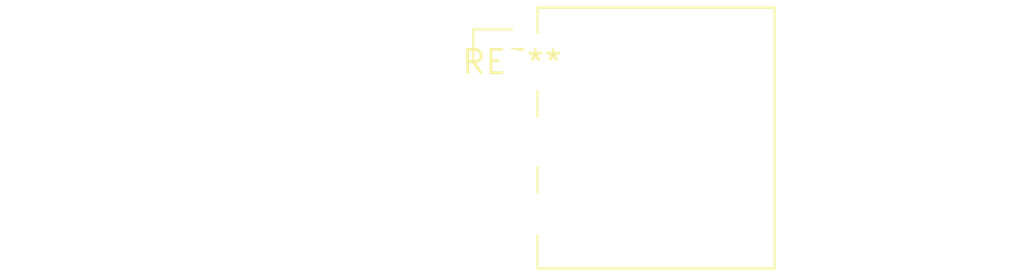
<source format=kicad_pcb>
(kicad_pcb (version 20240108) (generator pcbnew)
  (layers (0 "F.Cu" signal) (31 "B.Cu" signal) (34 "B.Paste" user) (35 "F.Paste" user) (36 "B.SilkS" user "B.Silkscreen") (37 "F.SilkS" user "F.Silkscreen") (38 "B.Mask" user) (39 "F.Mask" user) (44 "Edge.Cuts" user))
  (net 0 "")
  (footprint "TE_MATE-N-LOK_1-770967-x_1x03_P4.14mm_Horizontal" (layer "F.Cu") (at 0 0)
    (property "Reference" "REF**")
    (property "Value" "TE_MATE-N-LOK_1-770967-x_1x03_P4.14mm_Horizontal")
    (fp_line (start -2.11 -1.78) (end -2.11 0) (layer "F.SilkS") (stroke (width 0.12)))
    (fp_line (start 0 -1.78) (end -2.11 -1.78) (layer "F.SilkS") (stroke (width 0.12)))
    (fp_line (start 1.39 -2.97) (end 14.31 -2.97) (layer "F.SilkS") (stroke (width 0.12)))
    (fp_line (start 1.39 -1.58) (end 1.39 -2.97) (layer "F.SilkS") (stroke (width 0.12)))
    (fp_line (start 1.39 1.58) (end 1.39 2.968335) (layer "F.SilkS") (stroke (width 0.12)))
    (fp_line (start 1.39 5.72) (end 1.39 7.108335) (layer "F.SilkS") (stroke (width 0.12)))
    (fp_line (start 1.39 11.25) (end 1.39 9.451665) (layer "F.SilkS") (stroke (width 0.12)))
    (fp_line (start 14.31 -2.97) (end 14.31 11.25) (layer "F.SilkS") (stroke (width 0.12)))
    (fp_line (start 14.31 11.25) (end 1.39 11.25) (layer "F.SilkS") (stroke (width 0.12)))
    (pad "" np_thru_hole circle (at 7.34 4.14) (size 3.86 3.86) (drill 3.86) (layers *.Cu *.Mask))
    (pad "1" thru_hole roundrect (at 0 0) (size 3.3 2.64) (drill 1.4) (layers *.Cu *.Mask) (remove_unused_layers) (roundrect_rratio 0.094697))
    (pad "2" thru_hole oval (at 0 4.14) (size 3.3 2.64) (drill 1.4) (layers *.Cu *.Mask) (remove_unused_layers))
    (pad "3" thru_hole oval (at 0 8.28) (size 3.3 2.64) (drill 1.4) (layers *.Cu *.Mask) (remove_unused_layers))
  )
)
</source>
